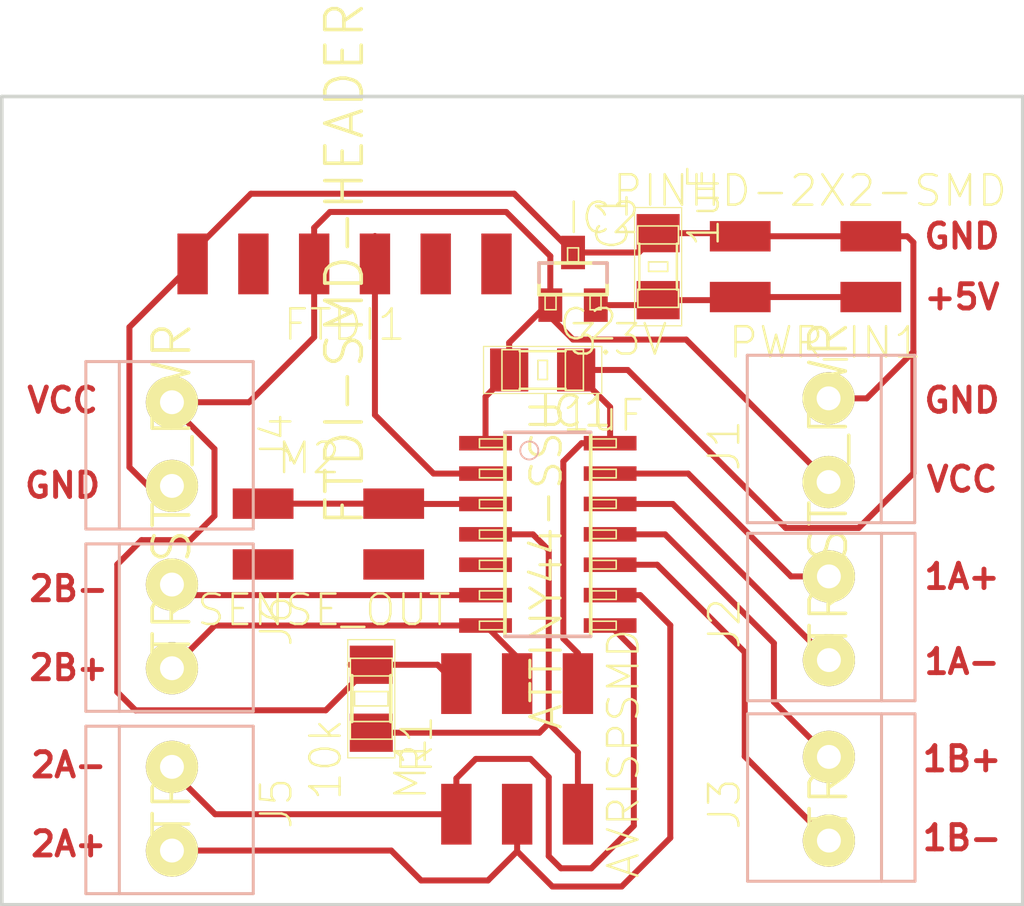
<source format=kicad_pcb>
(kicad_pcb (version 4) (host pcbnew 4.0.6)

  (general
    (links 35)
    (no_connects 0)
    (area 156.388999 77.119414 196.161001 115.391001)
    (thickness 1.6)
    (drawings 18)
    (tracks 128)
    (zones 0)
    (modules 15)
    (nets 21)
  )

  (page A4)
  (layers
    (0 F.Cu signal)
    (31 B.Cu signal)
    (32 B.Adhes user)
    (33 F.Adhes user)
    (34 B.Paste user)
    (35 F.Paste user)
    (36 B.SilkS user)
    (37 F.SilkS user)
    (38 B.Mask user)
    (39 F.Mask user)
    (40 Dwgs.User user)
    (41 Cmts.User user)
    (42 Eco1.User user)
    (43 Eco2.User user)
    (44 Edge.Cuts user)
    (45 Margin user)
    (46 B.CrtYd user)
    (47 F.CrtYd user)
    (48 B.Fab user)
    (49 F.Fab user)
  )

  (setup
    (last_trace_width 0.25)
    (trace_clearance 0.2)
    (zone_clearance 0.508)
    (zone_45_only no)
    (trace_min 0.2)
    (segment_width 0.2)
    (edge_width 0.15)
    (via_size 0.6)
    (via_drill 0.4)
    (via_min_size 0.4)
    (via_min_drill 0.3)
    (uvia_size 0.3)
    (uvia_drill 0.1)
    (uvias_allowed no)
    (uvia_min_size 0.2)
    (uvia_min_drill 0.1)
    (pcb_text_width 0.3)
    (pcb_text_size 1.5 1.5)
    (mod_edge_width 0.15)
    (mod_text_size 1 1)
    (mod_text_width 0.15)
    (pad_size 1.524 1.524)
    (pad_drill 0.762)
    (pad_to_mask_clearance 0.2)
    (aux_axis_origin 0 0)
    (visible_elements FFFFFF7F)
    (pcbplotparams
      (layerselection 0x00030_80000001)
      (usegerberextensions false)
      (excludeedgelayer true)
      (linewidth 0.100000)
      (plotframeref false)
      (viasonmask false)
      (mode 1)
      (useauxorigin false)
      (hpglpennumber 1)
      (hpglpenspeed 20)
      (hpglpendiameter 15)
      (hpglpenoverlay 2)
      (psnegative false)
      (psa4output false)
      (plotreference true)
      (plotvalue true)
      (plotinvisibletext false)
      (padsonsilk false)
      (subtractmaskfromsilk false)
      (outputformat 1)
      (mirror false)
      (drillshape 1)
      (scaleselection 1)
      (outputdirectory ""))
  )

  (net 0 "")
  (net 1 VCC)
  (net 2 GND)
  (net 3 "Net-(FTDI1-Pad2)")
  (net 4 /TX)
  (net 5 "Net-(FTDI1-Pad6)")
  (net 6 /RST)
  (net 7 "Net-(IC1-Pad5)")
  (net 8 /STR2B_NEG)
  (net 9 /MOSI)
  (net 10 /MISO)
  (net 11 /SCK)
  (net 12 /STR1B_NEG)
  (net 13 /STR1B_POS)
  (net 14 /STR1A_NEG)
  (net 15 /STR1A_POS)
  (net 16 "Net-(FTDI1-Pad5)")
  (net 17 +5V)
  (net 18 /SENSE_VAL)
  (net 19 "Net-(M2-Pad3)")
  (net 20 "Net-(M2-Pad4)")

  (net_class Default "This is the default net class."
    (clearance 0.2)
    (trace_width 0.25)
    (via_dia 0.6)
    (via_drill 0.4)
    (uvia_dia 0.3)
    (uvia_drill 0.1)
    (add_net +5V)
    (add_net /MISO)
    (add_net /MOSI)
    (add_net /RST)
    (add_net /SCK)
    (add_net /SENSE_VAL)
    (add_net /STR1A_NEG)
    (add_net /STR1A_POS)
    (add_net /STR1B_NEG)
    (add_net /STR1B_POS)
    (add_net /STR2B_NEG)
    (add_net /TX)
    (add_net GND)
    (add_net "Net-(FTDI1-Pad2)")
    (add_net "Net-(FTDI1-Pad5)")
    (add_net "Net-(FTDI1-Pad6)")
    (add_net "Net-(IC1-Pad5)")
    (add_net "Net-(M2-Pad3)")
    (add_net "Net-(M2-Pad4)")
    (add_net VCC)
  )

  (module fab:fab-C1206 (layer F.Cu) (tedit 200000) (tstamp 5A2B5B57)
    (at 181.356 88.392 90)
    (descr CAPACITOR)
    (tags CAPACITOR)
    (path /5A230565)
    (attr smd)
    (fp_text reference C1 (at 1.905 -1.905 90) (layer F.SilkS)
      (effects (font (size 1.27 1.27) (thickness 0.1016)))
    )
    (fp_text value 1uF (at 2.54 1.905 90) (layer F.SilkS)
      (effects (font (size 1.27 1.27) (thickness 0.1016)))
    )
    (fp_line (start -1.7018 0.8509) (end -0.94996 0.8509) (layer F.SilkS) (width 0.06604))
    (fp_line (start -0.94996 0.8509) (end -0.94996 -0.84836) (layer F.SilkS) (width 0.06604))
    (fp_line (start -1.7018 -0.84836) (end -0.94996 -0.84836) (layer F.SilkS) (width 0.06604))
    (fp_line (start -1.7018 0.8509) (end -1.7018 -0.84836) (layer F.SilkS) (width 0.06604))
    (fp_line (start 0.94996 0.84836) (end 1.7018 0.84836) (layer F.SilkS) (width 0.06604))
    (fp_line (start 1.7018 0.84836) (end 1.7018 -0.8509) (layer F.SilkS) (width 0.06604))
    (fp_line (start 0.94996 -0.8509) (end 1.7018 -0.8509) (layer F.SilkS) (width 0.06604))
    (fp_line (start 0.94996 0.84836) (end 0.94996 -0.8509) (layer F.SilkS) (width 0.06604))
    (fp_line (start -0.19812 0.39878) (end 0.19812 0.39878) (layer F.SilkS) (width 0.06604))
    (fp_line (start 0.19812 0.39878) (end 0.19812 -0.39878) (layer F.SilkS) (width 0.06604))
    (fp_line (start -0.19812 -0.39878) (end 0.19812 -0.39878) (layer F.SilkS) (width 0.06604))
    (fp_line (start -0.19812 0.39878) (end -0.19812 -0.39878) (layer F.SilkS) (width 0.06604))
    (fp_line (start -2.47142 -0.98298) (end 2.47142 -0.98298) (layer F.SilkS) (width 0.0508))
    (fp_line (start 2.47142 0.98298) (end -2.47142 0.98298) (layer F.SilkS) (width 0.0508))
    (fp_line (start -2.47142 0.98298) (end -2.47142 -0.98298) (layer F.SilkS) (width 0.0508))
    (fp_line (start 2.47142 -0.98298) (end 2.47142 0.98298) (layer F.SilkS) (width 0.0508))
    (fp_line (start -0.96266 -0.78486) (end 0.96266 -0.78486) (layer F.SilkS) (width 0.1016))
    (fp_line (start -0.96266 0.78486) (end 0.96266 0.78486) (layer F.SilkS) (width 0.1016))
    (pad 1 smd rect (at -1.39954 0 90) (size 1.59766 1.79832) (layers F.Cu F.Paste F.Mask)
      (net 17 +5V))
    (pad 2 smd rect (at 1.39954 0 90) (size 1.59766 1.79832) (layers F.Cu F.Paste F.Mask)
      (net 2 GND))
  )

  (module fab:fab-1X06SMD (layer F.Cu) (tedit 200000) (tstamp 5A2B5B61)
    (at 168.2496 88.2777 90)
    (path /5A22F867)
    (attr smd)
    (fp_text reference FTDI1 (at -2.54 0 180) (layer F.SilkS)
      (effects (font (size 1.27 1.27) (thickness 0.1016)))
    )
    (fp_text value FTDI-SMD-HEADER (at 0 0 90) (layer F.SilkS)
      (effects (font (thickness 0.15)))
    )
    (pad 1 smd rect (at 0 -6.35 90) (size 2.54 1.27) (layers F.Cu F.Paste F.Mask)
      (net 2 GND))
    (pad 2 smd rect (at 0 -3.81 90) (size 2.54 1.27) (layers F.Cu F.Paste F.Mask)
      (net 3 "Net-(FTDI1-Pad2)"))
    (pad 3 smd rect (at 0 -1.27 90) (size 2.54 1.27) (layers F.Cu F.Paste F.Mask)
      (net 1 VCC))
    (pad 4 smd rect (at 0 1.27 90) (size 2.54 1.27) (layers F.Cu F.Paste F.Mask)
      (net 4 /TX))
    (pad 5 smd rect (at 0 3.81 90) (size 2.54 1.27) (layers F.Cu F.Paste F.Mask)
      (net 16 "Net-(FTDI1-Pad5)"))
    (pad 6 smd rect (at 0 6.35 90) (size 2.54 1.27) (layers F.Cu F.Paste F.Mask)
      (net 5 "Net-(FTDI1-Pad6)"))
  )

  (module fab:fab-SOIC14 (layer F.Cu) (tedit 200000) (tstamp 5A2B5B73)
    (at 176.7459 99.5807 270)
    (descr "SMALL OUTLINE PACKAGE")
    (tags "SMALL OUTLINE PACKAGE")
    (path /5A2B72EF)
    (attr smd)
    (fp_text reference IC1 (at -5.1435 -1.143 360) (layer F.SilkS)
      (effects (font (size 1.27 1.27) (thickness 0.127)))
    )
    (fp_text value ATTINY44-SSU (at 1.27 0.0635 270) (layer F.SilkS)
      (effects (font (size 1.27 1.27) (thickness 0.127)))
    )
    (fp_line (start -3.9878 -1.8415) (end -3.62966 -1.8415) (layer F.SilkS) (width 0.06604))
    (fp_line (start -3.62966 -1.8415) (end -3.62966 -2.8575) (layer F.SilkS) (width 0.06604))
    (fp_line (start -3.9878 -2.8575) (end -3.62966 -2.8575) (layer F.SilkS) (width 0.06604))
    (fp_line (start -3.9878 -1.8415) (end -3.9878 -2.8575) (layer F.SilkS) (width 0.06604))
    (fp_line (start -2.7178 -1.8415) (end -2.3622 -1.8415) (layer F.SilkS) (width 0.06604))
    (fp_line (start -2.3622 -1.8415) (end -2.3622 -2.8575) (layer F.SilkS) (width 0.06604))
    (fp_line (start -2.7178 -2.8575) (end -2.3622 -2.8575) (layer F.SilkS) (width 0.06604))
    (fp_line (start -2.7178 -1.8415) (end -2.7178 -2.8575) (layer F.SilkS) (width 0.06604))
    (fp_line (start -1.4478 -1.8415) (end -1.08966 -1.8415) (layer F.SilkS) (width 0.06604))
    (fp_line (start -1.08966 -1.8415) (end -1.08966 -2.8575) (layer F.SilkS) (width 0.06604))
    (fp_line (start -1.4478 -2.8575) (end -1.08966 -2.8575) (layer F.SilkS) (width 0.06604))
    (fp_line (start -1.4478 -1.8415) (end -1.4478 -2.8575) (layer F.SilkS) (width 0.06604))
    (fp_line (start -0.1778 -1.8415) (end 0.1778 -1.8415) (layer F.SilkS) (width 0.06604))
    (fp_line (start 0.1778 -1.8415) (end 0.1778 -2.8575) (layer F.SilkS) (width 0.06604))
    (fp_line (start -0.1778 -2.8575) (end 0.1778 -2.8575) (layer F.SilkS) (width 0.06604))
    (fp_line (start -0.1778 -1.8415) (end -0.1778 -2.8575) (layer F.SilkS) (width 0.06604))
    (fp_line (start 1.08966 -1.8415) (end 1.4478 -1.8415) (layer F.SilkS) (width 0.06604))
    (fp_line (start 1.4478 -1.8415) (end 1.4478 -2.8575) (layer F.SilkS) (width 0.06604))
    (fp_line (start 1.08966 -2.8575) (end 1.4478 -2.8575) (layer F.SilkS) (width 0.06604))
    (fp_line (start 1.08966 -1.8415) (end 1.08966 -2.8575) (layer F.SilkS) (width 0.06604))
    (fp_line (start 2.3622 -1.8415) (end 2.7178 -1.8415) (layer F.SilkS) (width 0.06604))
    (fp_line (start 2.7178 -1.8415) (end 2.7178 -2.8575) (layer F.SilkS) (width 0.06604))
    (fp_line (start 2.3622 -2.8575) (end 2.7178 -2.8575) (layer F.SilkS) (width 0.06604))
    (fp_line (start 2.3622 -1.8415) (end 2.3622 -2.8575) (layer F.SilkS) (width 0.06604))
    (fp_line (start 3.62966 -1.8415) (end 3.9878 -1.8415) (layer F.SilkS) (width 0.06604))
    (fp_line (start 3.9878 -1.8415) (end 3.9878 -2.8575) (layer F.SilkS) (width 0.06604))
    (fp_line (start 3.62966 -2.8575) (end 3.9878 -2.8575) (layer F.SilkS) (width 0.06604))
    (fp_line (start 3.62966 -1.8415) (end 3.62966 -2.8575) (layer F.SilkS) (width 0.06604))
    (fp_line (start 3.62966 2.8575) (end 3.9878 2.8575) (layer F.SilkS) (width 0.06604))
    (fp_line (start 3.9878 2.8575) (end 3.9878 1.8415) (layer F.SilkS) (width 0.06604))
    (fp_line (start 3.62966 1.8415) (end 3.9878 1.8415) (layer F.SilkS) (width 0.06604))
    (fp_line (start 3.62966 2.8575) (end 3.62966 1.8415) (layer F.SilkS) (width 0.06604))
    (fp_line (start 2.3622 2.8575) (end 2.7178 2.8575) (layer F.SilkS) (width 0.06604))
    (fp_line (start 2.7178 2.8575) (end 2.7178 1.8415) (layer F.SilkS) (width 0.06604))
    (fp_line (start 2.3622 1.8415) (end 2.7178 1.8415) (layer F.SilkS) (width 0.06604))
    (fp_line (start 2.3622 2.8575) (end 2.3622 1.8415) (layer F.SilkS) (width 0.06604))
    (fp_line (start 1.08966 2.8575) (end 1.4478 2.8575) (layer F.SilkS) (width 0.06604))
    (fp_line (start 1.4478 2.8575) (end 1.4478 1.8415) (layer F.SilkS) (width 0.06604))
    (fp_line (start 1.08966 1.8415) (end 1.4478 1.8415) (layer F.SilkS) (width 0.06604))
    (fp_line (start 1.08966 2.8575) (end 1.08966 1.8415) (layer F.SilkS) (width 0.06604))
    (fp_line (start -0.1778 2.8575) (end 0.1778 2.8575) (layer F.SilkS) (width 0.06604))
    (fp_line (start 0.1778 2.8575) (end 0.1778 1.8415) (layer F.SilkS) (width 0.06604))
    (fp_line (start -0.1778 1.8415) (end 0.1778 1.8415) (layer F.SilkS) (width 0.06604))
    (fp_line (start -0.1778 2.8575) (end -0.1778 1.8415) (layer F.SilkS) (width 0.06604))
    (fp_line (start -1.4478 2.8575) (end -1.08966 2.8575) (layer F.SilkS) (width 0.06604))
    (fp_line (start -1.08966 2.8575) (end -1.08966 1.8415) (layer F.SilkS) (width 0.06604))
    (fp_line (start -1.4478 1.8415) (end -1.08966 1.8415) (layer F.SilkS) (width 0.06604))
    (fp_line (start -1.4478 2.8575) (end -1.4478 1.8415) (layer F.SilkS) (width 0.06604))
    (fp_line (start -2.7178 2.8575) (end -2.3622 2.8575) (layer F.SilkS) (width 0.06604))
    (fp_line (start -2.3622 2.8575) (end -2.3622 1.8415) (layer F.SilkS) (width 0.06604))
    (fp_line (start -2.7178 1.8415) (end -2.3622 1.8415) (layer F.SilkS) (width 0.06604))
    (fp_line (start -2.7178 2.8575) (end -2.7178 1.8415) (layer F.SilkS) (width 0.06604))
    (fp_line (start -3.9878 2.8575) (end -3.62966 2.8575) (layer F.SilkS) (width 0.06604))
    (fp_line (start -3.62966 2.8575) (end -3.62966 1.8415) (layer F.SilkS) (width 0.06604))
    (fp_line (start -3.9878 1.8415) (end -3.62966 1.8415) (layer F.SilkS) (width 0.06604))
    (fp_line (start -3.9878 2.8575) (end -3.9878 1.8415) (layer F.SilkS) (width 0.06604))
    (fp_line (start -4.26466 1.7907) (end 4.26466 1.7907) (layer F.SilkS) (width 0.1524))
    (fp_line (start 4.26466 1.7907) (end 4.26466 -1.7907) (layer B.SilkS) (width 0.1524))
    (fp_line (start 4.26466 -1.7907) (end -4.26466 -1.7907) (layer F.SilkS) (width 0.1524))
    (fp_line (start -4.26466 -1.7907) (end -4.26466 1.7907) (layer B.SilkS) (width 0.1524))
    (fp_circle (center -3.5052 0.7747) (end -3.7719 1.0414) (layer B.SilkS) (width 0.0762))
    (pad 1 smd rect (at -3.81 2.6035 270) (size 0.6096 2.20726) (layers F.Cu F.Paste F.Mask)
      (net 1 VCC))
    (pad 2 smd rect (at -2.54 2.6035 270) (size 0.6096 2.20726) (layers F.Cu F.Paste F.Mask)
      (net 4 /TX))
    (pad 3 smd rect (at -1.27 2.6035 270) (size 0.6096 2.20726) (layers F.Cu F.Paste F.Mask)
      (net 18 /SENSE_VAL))
    (pad 4 smd rect (at 0 2.6035 270) (size 0.6096 2.20726) (layers F.Cu F.Paste F.Mask)
      (net 6 /RST))
    (pad 5 smd rect (at 1.27 2.6035 270) (size 0.6096 2.20726) (layers F.Cu F.Paste F.Mask)
      (net 7 "Net-(IC1-Pad5)"))
    (pad 6 smd rect (at 2.54 2.6035 270) (size 0.6096 2.20726) (layers F.Cu F.Paste F.Mask)
      (net 8 /STR2B_NEG))
    (pad 7 smd rect (at 3.81 2.6035 270) (size 0.6096 2.20726) (layers F.Cu F.Paste F.Mask)
      (net 9 /MOSI))
    (pad 8 smd rect (at 3.81 -2.6035 270) (size 0.6096 2.20726) (layers F.Cu F.Paste F.Mask)
      (net 10 /MISO))
    (pad 9 smd rect (at 2.54 -2.6035 270) (size 0.6096 2.20726) (layers F.Cu F.Paste F.Mask)
      (net 11 /SCK))
    (pad 10 smd rect (at 1.27 -2.6035 270) (size 0.6096 2.20726) (layers F.Cu F.Paste F.Mask)
      (net 12 /STR1B_NEG))
    (pad 11 smd rect (at 0 -2.6035 270) (size 0.6096 2.20726) (layers F.Cu F.Paste F.Mask)
      (net 13 /STR1B_POS))
    (pad 12 smd rect (at -1.27 -2.6035 270) (size 0.6096 2.20726) (layers F.Cu F.Paste F.Mask)
      (net 14 /STR1A_NEG))
    (pad 13 smd rect (at -2.54 -2.6035 270) (size 0.6096 2.20726) (layers F.Cu F.Paste F.Mask)
      (net 15 /STR1A_POS))
    (pad 14 smd rect (at -3.81 -2.6035 270) (size 0.6096 2.20726) (layers F.Cu F.Paste F.Mask)
      (net 2 GND))
  )

  (module fab:fab-3.5MMTERM (layer F.Cu) (tedit 200000) (tstamp 5A2B5B79)
    (at 188.4807 95.6945 90)
    (path /5A230074)
    (attr virtual)
    (fp_text reference J1 (at -0.17272 -4.36372 270) (layer F.SilkS)
      (effects (font (size 1.27 1.27) (thickness 0.1016)))
    )
    (fp_text value STR_PWR (at 0 0 90) (layer F.SilkS)
      (effects (font (thickness 0.15)))
    )
    (fp_line (start -3.39852 -3.39852) (end -3.39852 2.19964) (layer B.SilkS) (width 0.127))
    (fp_line (start -3.39852 2.19964) (end -3.39852 3.59918) (layer B.SilkS) (width 0.127))
    (fp_line (start -3.39852 3.59918) (end 3.59918 3.59918) (layer B.SilkS) (width 0.127))
    (fp_line (start 3.59918 3.59918) (end 3.59918 2.19964) (layer B.SilkS) (width 0.127))
    (fp_line (start 3.59918 2.19964) (end 3.59918 -3.39852) (layer B.SilkS) (width 0.127))
    (fp_line (start 3.59918 -3.39852) (end -3.39852 -3.39852) (layer B.SilkS) (width 0.127))
    (fp_line (start -3.39852 2.19964) (end 3.59918 2.19964) (layer B.SilkS) (width 0.127))
    (pad 1 thru_hole circle (at 1.79832 0 90) (size 2.18186 2.18186) (drill 0.99822) (layers *.Cu F.Paste F.SilkS F.Mask)
      (net 2 GND))
    (pad 2 thru_hole circle (at -1.69926 0 90) (size 2.18186 2.18186) (drill 0.99822) (layers *.Cu F.Paste F.SilkS F.Mask)
      (net 1 VCC))
  )

  (module fab:fab-3.5MMTERM (layer F.Cu) (tedit 200000) (tstamp 5A2B5B7F)
    (at 188.4934 103.1367 90)
    (path /5A230040)
    (attr virtual)
    (fp_text reference J2 (at -0.17272 -4.36372 270) (layer F.SilkS)
      (effects (font (size 1.27 1.27) (thickness 0.1016)))
    )
    (fp_text value STRA (at 0 0 90) (layer F.SilkS)
      (effects (font (thickness 0.15)))
    )
    (fp_line (start -3.39852 -3.39852) (end -3.39852 2.19964) (layer B.SilkS) (width 0.127))
    (fp_line (start -3.39852 2.19964) (end -3.39852 3.59918) (layer B.SilkS) (width 0.127))
    (fp_line (start -3.39852 3.59918) (end 3.59918 3.59918) (layer B.SilkS) (width 0.127))
    (fp_line (start 3.59918 3.59918) (end 3.59918 2.19964) (layer B.SilkS) (width 0.127))
    (fp_line (start 3.59918 2.19964) (end 3.59918 -3.39852) (layer B.SilkS) (width 0.127))
    (fp_line (start 3.59918 -3.39852) (end -3.39852 -3.39852) (layer B.SilkS) (width 0.127))
    (fp_line (start -3.39852 2.19964) (end 3.59918 2.19964) (layer B.SilkS) (width 0.127))
    (pad 1 thru_hole circle (at 1.79832 0 90) (size 2.18186 2.18186) (drill 0.99822) (layers *.Cu F.Paste F.SilkS F.Mask)
      (net 15 /STR1A_POS))
    (pad 2 thru_hole circle (at -1.69926 0 90) (size 2.18186 2.18186) (drill 0.99822) (layers *.Cu F.Paste F.SilkS F.Mask)
      (net 14 /STR1A_NEG))
  )

  (module fab:fab-3.5MMTERM (layer F.Cu) (tedit 200000) (tstamp 5A2B5B85)
    (at 188.4934 110.6805 90)
    (path /5A22F82C)
    (attr virtual)
    (fp_text reference J3 (at -0.17272 -4.36372 270) (layer F.SilkS)
      (effects (font (size 1.27 1.27) (thickness 0.1016)))
    )
    (fp_text value STRB (at 0 0 90) (layer F.SilkS)
      (effects (font (thickness 0.15)))
    )
    (fp_line (start -3.39852 -3.39852) (end -3.39852 2.19964) (layer B.SilkS) (width 0.127))
    (fp_line (start -3.39852 2.19964) (end -3.39852 3.59918) (layer B.SilkS) (width 0.127))
    (fp_line (start -3.39852 3.59918) (end 3.59918 3.59918) (layer B.SilkS) (width 0.127))
    (fp_line (start 3.59918 3.59918) (end 3.59918 2.19964) (layer B.SilkS) (width 0.127))
    (fp_line (start 3.59918 2.19964) (end 3.59918 -3.39852) (layer B.SilkS) (width 0.127))
    (fp_line (start 3.59918 -3.39852) (end -3.39852 -3.39852) (layer B.SilkS) (width 0.127))
    (fp_line (start -3.39852 2.19964) (end 3.59918 2.19964) (layer B.SilkS) (width 0.127))
    (pad 1 thru_hole circle (at 1.79832 0 90) (size 2.18186 2.18186) (drill 0.99822) (layers *.Cu F.Paste F.SilkS F.Mask)
      (net 13 /STR1B_POS))
    (pad 2 thru_hole circle (at -1.69926 0 90) (size 2.18186 2.18186) (drill 0.99822) (layers *.Cu F.Paste F.SilkS F.Mask)
      (net 12 /STR1B_NEG))
  )

  (module fab:fab-3.5MMTERM (layer F.Cu) (tedit 200000) (tstamp 5A2B5B8B)
    (at 161.036 95.758 270)
    (path /5A2B6B33)
    (attr virtual)
    (fp_text reference J4 (at -0.17272 -4.36372 450) (layer F.SilkS)
      (effects (font (size 1.27 1.27) (thickness 0.1016)))
    )
    (fp_text value STR_PWR (at 0 0 270) (layer F.SilkS)
      (effects (font (thickness 0.15)))
    )
    (fp_line (start -3.39852 -3.39852) (end -3.39852 2.19964) (layer B.SilkS) (width 0.127))
    (fp_line (start -3.39852 2.19964) (end -3.39852 3.59918) (layer B.SilkS) (width 0.127))
    (fp_line (start -3.39852 3.59918) (end 3.59918 3.59918) (layer B.SilkS) (width 0.127))
    (fp_line (start 3.59918 3.59918) (end 3.59918 2.19964) (layer B.SilkS) (width 0.127))
    (fp_line (start 3.59918 2.19964) (end 3.59918 -3.39852) (layer B.SilkS) (width 0.127))
    (fp_line (start 3.59918 -3.39852) (end -3.39852 -3.39852) (layer B.SilkS) (width 0.127))
    (fp_line (start -3.39852 2.19964) (end 3.59918 2.19964) (layer B.SilkS) (width 0.127))
    (pad 1 thru_hole circle (at 1.79832 0 270) (size 2.18186 2.18186) (drill 0.99822) (layers *.Cu F.Paste F.SilkS F.Mask)
      (net 2 GND))
    (pad 2 thru_hole circle (at -1.69926 0 270) (size 2.18186 2.18186) (drill 0.99822) (layers *.Cu F.Paste F.SilkS F.Mask)
      (net 1 VCC))
  )

  (module fab:fab-3.5MMTERM (layer F.Cu) (tedit 200000) (tstamp 5A2B5B91)
    (at 161.036 110.998 270)
    (path /5A2B6972)
    (attr virtual)
    (fp_text reference J5 (at -0.17272 -4.36372 450) (layer F.SilkS)
      (effects (font (size 1.27 1.27) (thickness 0.1016)))
    )
    (fp_text value STRA (at 0 0 270) (layer F.SilkS)
      (effects (font (thickness 0.15)))
    )
    (fp_line (start -3.39852 -3.39852) (end -3.39852 2.19964) (layer B.SilkS) (width 0.127))
    (fp_line (start -3.39852 2.19964) (end -3.39852 3.59918) (layer B.SilkS) (width 0.127))
    (fp_line (start -3.39852 3.59918) (end 3.59918 3.59918) (layer B.SilkS) (width 0.127))
    (fp_line (start 3.59918 3.59918) (end 3.59918 2.19964) (layer B.SilkS) (width 0.127))
    (fp_line (start 3.59918 2.19964) (end 3.59918 -3.39852) (layer B.SilkS) (width 0.127))
    (fp_line (start 3.59918 -3.39852) (end -3.39852 -3.39852) (layer B.SilkS) (width 0.127))
    (fp_line (start -3.39852 2.19964) (end 3.59918 2.19964) (layer B.SilkS) (width 0.127))
    (pad 1 thru_hole circle (at 1.79832 0 270) (size 2.18186 2.18186) (drill 0.99822) (layers *.Cu F.Paste F.SilkS F.Mask)
      (net 11 /SCK))
    (pad 2 thru_hole circle (at -1.69926 0 270) (size 2.18186 2.18186) (drill 0.99822) (layers *.Cu F.Paste F.SilkS F.Mask)
      (net 10 /MISO))
  )

  (module fab:fab-3.5MMTERM (layer F.Cu) (tedit 200000) (tstamp 5A2B5B97)
    (at 161.036 103.378 270)
    (path /5A2B696C)
    (attr virtual)
    (fp_text reference J6 (at -0.17272 -4.36372 450) (layer F.SilkS)
      (effects (font (size 1.27 1.27) (thickness 0.1016)))
    )
    (fp_text value STRB (at 0 0 270) (layer F.SilkS)
      (effects (font (thickness 0.15)))
    )
    (fp_line (start -3.39852 -3.39852) (end -3.39852 2.19964) (layer B.SilkS) (width 0.127))
    (fp_line (start -3.39852 2.19964) (end -3.39852 3.59918) (layer B.SilkS) (width 0.127))
    (fp_line (start -3.39852 3.59918) (end 3.59918 3.59918) (layer B.SilkS) (width 0.127))
    (fp_line (start 3.59918 3.59918) (end 3.59918 2.19964) (layer B.SilkS) (width 0.127))
    (fp_line (start 3.59918 2.19964) (end 3.59918 -3.39852) (layer B.SilkS) (width 0.127))
    (fp_line (start 3.59918 -3.39852) (end -3.39852 -3.39852) (layer B.SilkS) (width 0.127))
    (fp_line (start -3.39852 2.19964) (end 3.59918 2.19964) (layer B.SilkS) (width 0.127))
    (pad 1 thru_hole circle (at 1.79832 0 270) (size 2.18186 2.18186) (drill 0.99822) (layers *.Cu F.Paste F.SilkS F.Mask)
      (net 9 /MOSI))
    (pad 2 thru_hole circle (at -1.69926 0 270) (size 2.18186 2.18186) (drill 0.99822) (layers *.Cu F.Paste F.SilkS F.Mask)
      (net 8 /STR2B_NEG))
  )

  (module fab:fab-2X03SMD (layer F.Cu) (tedit 200000) (tstamp 5A2B5BA1)
    (at 175.4632 108.7374 90)
    (path /5A2B740B)
    (attr smd)
    (fp_text reference M1 (at -0.635 -4.445 90) (layer F.SilkS)
      (effects (font (size 1.27 1.27) (thickness 0.1016)))
    )
    (fp_text value AVRISPSMD (at 0 4.445 90) (layer F.SilkS)
      (effects (font (size 1.27 1.27) (thickness 0.1016)))
    )
    (pad 1 smd rect (at -2.54 -2.54 90) (size 2.54 1.27) (layers F.Cu F.Paste F.Mask)
      (net 10 /MISO))
    (pad 2 smd rect (at 2.91846 -2.54 90) (size 2.54 1.27) (layers F.Cu F.Paste F.Mask)
      (net 1 VCC))
    (pad 3 smd rect (at -2.54 0 90) (size 2.54 1.27) (layers F.Cu F.Paste F.Mask)
      (net 11 /SCK))
    (pad 4 smd rect (at 2.91846 0 90) (size 2.54 1.27) (layers F.Cu F.Paste F.Mask)
      (net 9 /MOSI))
    (pad 5 smd rect (at -2.54 2.54 90) (size 2.54 1.27) (layers F.Cu F.Paste F.Mask)
      (net 6 /RST))
    (pad 6 smd rect (at 2.91846 2.54 90) (size 2.54 1.27) (layers F.Cu F.Paste F.Mask)
      (net 2 GND))
  )

  (module fab:fab-2X02SMD (layer F.Cu) (tedit 200000) (tstamp 5A2B5BA9)
    (at 187.706 88.392 180)
    (path /5A2B5B88)
    (attr smd)
    (fp_text reference PWR_IN1 (at -0.635 -3.175 180) (layer F.SilkS)
      (effects (font (size 1.27 1.27) (thickness 0.1016)))
    )
    (fp_text value PINHD-2X2-SMD (at 0 3.175 180) (layer F.SilkS)
      (effects (font (size 1.27 1.27) (thickness 0.1016)))
    )
    (pad 1 smd rect (at -2.54 -1.27 180) (size 2.54 1.27) (layers F.Cu F.Paste F.Mask)
      (net 17 +5V))
    (pad 2 smd rect (at 2.91846 -1.27 180) (size 2.54 1.27) (layers F.Cu F.Paste F.Mask)
      (net 17 +5V))
    (pad 3 smd rect (at -2.54 1.27 180) (size 2.54 1.27) (layers F.Cu F.Paste F.Mask)
      (net 2 GND))
    (pad 4 smd rect (at 2.91846 1.27 180) (size 2.54 1.27) (layers F.Cu F.Paste F.Mask)
      (net 2 GND))
  )

  (module fab:fab-R1206 (layer F.Cu) (tedit 200000) (tstamp 5A2B5BAF)
    (at 169.3672 106.4514 270)
    (descr RESISTOR)
    (tags RESISTOR)
    (path /5A22F8BE)
    (attr smd)
    (fp_text reference R1 (at 1.905 -1.905 270) (layer F.SilkS)
      (effects (font (size 1.27 1.27) (thickness 0.1016)))
    )
    (fp_text value 10k (at 2.54 1.905 270) (layer F.SilkS)
      (effects (font (size 1.27 1.27) (thickness 0.1016)))
    )
    (fp_line (start -1.6891 0.8763) (end -0.9525 0.8763) (layer F.SilkS) (width 0.06604))
    (fp_line (start -0.9525 0.8763) (end -0.9525 -0.8763) (layer F.SilkS) (width 0.06604))
    (fp_line (start -1.6891 -0.8763) (end -0.9525 -0.8763) (layer F.SilkS) (width 0.06604))
    (fp_line (start -1.6891 0.8763) (end -1.6891 -0.8763) (layer F.SilkS) (width 0.06604))
    (fp_line (start 0.9525 0.8763) (end 1.6891 0.8763) (layer F.SilkS) (width 0.06604))
    (fp_line (start 1.6891 0.8763) (end 1.6891 -0.8763) (layer F.SilkS) (width 0.06604))
    (fp_line (start 0.9525 -0.8763) (end 1.6891 -0.8763) (layer F.SilkS) (width 0.06604))
    (fp_line (start 0.9525 0.8763) (end 0.9525 -0.8763) (layer F.SilkS) (width 0.06604))
    (fp_line (start -0.29972 0.6985) (end 0.29972 0.6985) (layer F.SilkS) (width 0.06604))
    (fp_line (start 0.29972 0.6985) (end 0.29972 -0.6985) (layer F.SilkS) (width 0.06604))
    (fp_line (start -0.29972 -0.6985) (end 0.29972 -0.6985) (layer F.SilkS) (width 0.06604))
    (fp_line (start -0.29972 0.6985) (end -0.29972 -0.6985) (layer F.SilkS) (width 0.06604))
    (fp_line (start 0.9525 0.8128) (end -0.9652 0.8128) (layer F.SilkS) (width 0.1524))
    (fp_line (start 0.9525 -0.8128) (end -0.9652 -0.8128) (layer F.SilkS) (width 0.1524))
    (fp_line (start -2.47142 -0.98298) (end 2.47142 -0.98298) (layer F.SilkS) (width 0.0508))
    (fp_line (start 2.47142 -0.98298) (end 2.47142 0.98298) (layer F.SilkS) (width 0.0508))
    (fp_line (start 2.47142 0.98298) (end -2.47142 0.98298) (layer F.SilkS) (width 0.0508))
    (fp_line (start -2.47142 0.98298) (end -2.47142 -0.98298) (layer F.SilkS) (width 0.0508))
    (pad 1 smd rect (at -1.41986 0 270) (size 1.59766 1.80086) (layers F.Cu F.Paste F.Mask)
      (net 1 VCC))
    (pad 2 smd rect (at 1.41986 0 270) (size 1.59766 1.80086) (layers F.Cu F.Paste F.Mask)
      (net 6 /RST))
  )

  (module fab:fab-C1206 (layer F.Cu) (tedit 200000) (tstamp 5A2C20B0)
    (at 176.53 92.71)
    (descr CAPACITOR)
    (tags CAPACITOR)
    (path /5A2C2048)
    (attr smd)
    (fp_text reference C2 (at 1.905 -1.905) (layer F.SilkS)
      (effects (font (size 1.27 1.27) (thickness 0.1016)))
    )
    (fp_text value 1uF (at 2.54 1.905) (layer F.SilkS)
      (effects (font (size 1.27 1.27) (thickness 0.1016)))
    )
    (fp_line (start -1.7018 0.8509) (end -0.94996 0.8509) (layer F.SilkS) (width 0.06604))
    (fp_line (start -0.94996 0.8509) (end -0.94996 -0.84836) (layer F.SilkS) (width 0.06604))
    (fp_line (start -1.7018 -0.84836) (end -0.94996 -0.84836) (layer F.SilkS) (width 0.06604))
    (fp_line (start -1.7018 0.8509) (end -1.7018 -0.84836) (layer F.SilkS) (width 0.06604))
    (fp_line (start 0.94996 0.84836) (end 1.7018 0.84836) (layer F.SilkS) (width 0.06604))
    (fp_line (start 1.7018 0.84836) (end 1.7018 -0.8509) (layer F.SilkS) (width 0.06604))
    (fp_line (start 0.94996 -0.8509) (end 1.7018 -0.8509) (layer F.SilkS) (width 0.06604))
    (fp_line (start 0.94996 0.84836) (end 0.94996 -0.8509) (layer F.SilkS) (width 0.06604))
    (fp_line (start -0.19812 0.39878) (end 0.19812 0.39878) (layer F.SilkS) (width 0.06604))
    (fp_line (start 0.19812 0.39878) (end 0.19812 -0.39878) (layer F.SilkS) (width 0.06604))
    (fp_line (start -0.19812 -0.39878) (end 0.19812 -0.39878) (layer F.SilkS) (width 0.06604))
    (fp_line (start -0.19812 0.39878) (end -0.19812 -0.39878) (layer F.SilkS) (width 0.06604))
    (fp_line (start -2.47142 -0.98298) (end 2.47142 -0.98298) (layer F.SilkS) (width 0.0508))
    (fp_line (start 2.47142 0.98298) (end -2.47142 0.98298) (layer F.SilkS) (width 0.0508))
    (fp_line (start -2.47142 0.98298) (end -2.47142 -0.98298) (layer F.SilkS) (width 0.0508))
    (fp_line (start 2.47142 -0.98298) (end 2.47142 0.98298) (layer F.SilkS) (width 0.0508))
    (fp_line (start -0.96266 -0.78486) (end 0.96266 -0.78486) (layer F.SilkS) (width 0.1016))
    (fp_line (start -0.96266 0.78486) (end 0.96266 0.78486) (layer F.SilkS) (width 0.1016))
    (pad 1 smd rect (at -1.39954 0) (size 1.59766 1.79832) (layers F.Cu F.Paste F.Mask)
      (net 1 VCC))
    (pad 2 smd rect (at 1.39954 0) (size 1.59766 1.79832) (layers F.Cu F.Paste F.Mask)
      (net 2 GND))
  )

  (module fab:fab-SOT23 (layer F.Cu) (tedit 200000) (tstamp 5A2C20B7)
    (at 177.8 88.9)
    (descr "SOT 23")
    (tags "SOT 23")
    (path /5A2C1F49)
    (attr smd)
    (fp_text reference IC2 (at 1.27 -2.54) (layer F.SilkS)
      (effects (font (size 1.27 1.27) (thickness 0.1016)))
    )
    (fp_text value 3.3V (at 1.905 2.54) (layer F.SilkS)
      (effects (font (size 1.27 1.27) (thickness 0.1016)))
    )
    (fp_line (start -0.2286 -0.7112) (end 0.2286 -0.7112) (layer F.SilkS) (width 0.06604))
    (fp_line (start 0.2286 -0.7112) (end 0.2286 -1.29286) (layer F.SilkS) (width 0.06604))
    (fp_line (start -0.2286 -1.29286) (end 0.2286 -1.29286) (layer F.SilkS) (width 0.06604))
    (fp_line (start -0.2286 -0.7112) (end -0.2286 -1.29286) (layer F.SilkS) (width 0.06604))
    (fp_line (start 0.7112 1.29286) (end 1.1684 1.29286) (layer F.SilkS) (width 0.06604))
    (fp_line (start 1.1684 1.29286) (end 1.1684 0.7112) (layer F.SilkS) (width 0.06604))
    (fp_line (start 0.7112 0.7112) (end 1.1684 0.7112) (layer F.SilkS) (width 0.06604))
    (fp_line (start 0.7112 1.29286) (end 0.7112 0.7112) (layer F.SilkS) (width 0.06604))
    (fp_line (start -1.1684 1.29286) (end -0.7112 1.29286) (layer F.SilkS) (width 0.06604))
    (fp_line (start -0.7112 1.29286) (end -0.7112 0.7112) (layer F.SilkS) (width 0.06604))
    (fp_line (start -1.1684 0.7112) (end -0.7112 0.7112) (layer F.SilkS) (width 0.06604))
    (fp_line (start -1.1684 1.29286) (end -1.1684 0.7112) (layer F.SilkS) (width 0.06604))
    (fp_line (start 1.4224 -0.6604) (end 1.4224 0.6604) (layer F.SilkS) (width 0.1524))
    (fp_line (start 1.4224 0.6604) (end -1.4224 0.6604) (layer F.SilkS) (width 0.1524))
    (fp_line (start -1.4224 0.6604) (end -1.4224 -0.6604) (layer F.SilkS) (width 0.1524))
    (fp_line (start -1.4224 -0.6604) (end 1.4224 -0.6604) (layer F.SilkS) (width 0.1524))
    (fp_line (start -1.4224 0.1524) (end -1.4224 -0.6604) (layer B.SilkS) (width 0.1524))
    (fp_line (start -1.4224 -0.6604) (end -0.8636 -0.6604) (layer B.SilkS) (width 0.1524))
    (fp_line (start 1.4224 -0.6604) (end 1.4224 0.1524) (layer B.SilkS) (width 0.1524))
    (fp_line (start 0.8636 -0.6604) (end 1.4224 -0.6604) (layer B.SilkS) (width 0.1524))
    (pad 1 smd rect (at -0.94996 1.09982) (size 0.99822 1.39954) (layers F.Cu F.Paste F.Mask)
      (net 1 VCC))
    (pad 2 smd rect (at 0.94996 1.09982) (size 0.99822 1.39954) (layers F.Cu F.Paste F.Mask)
      (net 17 +5V))
    (pad 3 smd rect (at 0 -1.09982) (size 0.99822 1.39954) (layers F.Cu F.Paste F.Mask)
      (net 2 GND))
  )

  (module fab:fab-2X02SMD (layer F.Cu) (tedit 200000) (tstamp 5A2C20BF)
    (at 167.386 99.568)
    (path /5A2C277B)
    (attr smd)
    (fp_text reference M2 (at -0.635 -3.175) (layer F.SilkS)
      (effects (font (size 1.27 1.27) (thickness 0.1016)))
    )
    (fp_text value SENSE_OUT (at 0 3.175) (layer F.SilkS)
      (effects (font (size 1.27 1.27) (thickness 0.1016)))
    )
    (pad 1 smd rect (at -2.54 -1.27) (size 2.54 1.27) (layers F.Cu F.Paste F.Mask)
      (net 18 /SENSE_VAL))
    (pad 2 smd rect (at 2.91846 -1.27) (size 2.54 1.27) (layers F.Cu F.Paste F.Mask)
      (net 18 /SENSE_VAL))
    (pad 3 smd rect (at -2.54 1.27) (size 2.54 1.27) (layers F.Cu F.Paste F.Mask)
      (net 19 "Net-(M2-Pad3)"))
    (pad 4 smd rect (at 2.91846 1.27) (size 2.54 1.27) (layers F.Cu F.Paste F.Mask)
      (net 20 "Net-(M2-Pad4)"))
  )

  (gr_line (start 196.596 81.28) (end 196.596 115.062) (angle 90) (layer Edge.Cuts) (width 0.15))
  (gr_line (start 153.924 81.28) (end 196.596 81.28) (angle 90) (layer Edge.Cuts) (width 0.15))
  (gr_line (start 153.924 115.062) (end 153.924 81.28) (angle 90) (layer Edge.Cuts) (width 0.15))
  (gr_line (start 196.596 115.062) (end 153.924 115.062) (angle 90) (layer Edge.Cuts) (width 0.15))
  (gr_text 2A+ (at 156.718 112.522) (layer F.Cu)
    (effects (font (size 1.016 1.016) (thickness 0.2032)))
  )
  (gr_text 2A- (at 156.718 109.22) (layer F.Cu)
    (effects (font (size 1.016 1.016) (thickness 0.2032)))
  )
  (gr_text 2B+ (at 156.718 105.156) (layer F.Cu)
    (effects (font (size 1.016 1.016) (thickness 0.2032)))
  )
  (gr_text 2B- (at 156.718 101.854) (layer F.Cu)
    (effects (font (size 1.016 1.016) (thickness 0.2032)))
  )
  (gr_text GND (at 156.464 97.536) (layer F.Cu)
    (effects (font (size 1.016 1.016) (thickness 0.2032)))
  )
  (gr_text VCC (at 156.464 93.98) (layer F.Cu)
    (effects (font (size 1.016 1.016) (thickness 0.2032)))
  )
  (gr_text 1B- (at 194.056 112.268) (layer F.Cu)
    (effects (font (size 1.016 1.016) (thickness 0.2032)))
  )
  (gr_text 1B+ (at 194.056 108.966) (layer F.Cu)
    (effects (font (size 1.016 1.016) (thickness 0.2032)))
  )
  (gr_text 1A- (at 194.056 104.902) (layer F.Cu)
    (effects (font (size 1.016 1.016) (thickness 0.2032)))
  )
  (gr_text 1A+ (at 194.056 101.346) (layer F.Cu)
    (effects (font (size 1.016 1.016) (thickness 0.2032)))
  )
  (gr_text VCC (at 194.056 97.282) (layer F.Cu)
    (effects (font (size 1.016 1.016) (thickness 0.2032)))
  )
  (gr_text GND (at 194.056 93.98) (layer F.Cu)
    (effects (font (size 1.016 1.016) (thickness 0.2032)))
  )
  (gr_text GND (at 194.056 87.122) (layer F.Cu)
    (effects (font (size 1.016 1.016) (thickness 0.2032)))
  )
  (gr_text +5V (at 194.056 89.662) (layer F.Cu)
    (effects (font (size 1.016 1.016) (thickness 0.2032)))
  )

  (segment (start 161.036 94.05874) (end 161.036 94.234) (width 0.25) (layer F.Cu) (net 1) (status C00000))
  (segment (start 161.036 94.234) (end 162.814 96.012) (width 0.25) (layer F.Cu) (net 1) (tstamp 5A2C23D0) (status 400000))
  (segment (start 167.46474 106.934) (end 169.3672 105.03154) (width 0.25) (layer F.Cu) (net 1) (tstamp 5A2C23DE) (status 800000))
  (segment (start 159.512 106.934) (end 167.46474 106.934) (width 0.25) (layer F.Cu) (net 1) (tstamp 5A2C23DD))
  (segment (start 158.75 106.172) (end 159.512 106.934) (width 0.25) (layer F.Cu) (net 1) (tstamp 5A2C23DB))
  (segment (start 158.75 100.838) (end 158.75 106.172) (width 0.25) (layer F.Cu) (net 1) (tstamp 5A2C23D9))
  (segment (start 159.766 99.822) (end 158.75 100.838) (width 0.25) (layer F.Cu) (net 1) (tstamp 5A2C23D7))
  (segment (start 161.798 99.822) (end 159.766 99.822) (width 0.25) (layer F.Cu) (net 1) (tstamp 5A2C23D5))
  (segment (start 162.814 98.806) (end 161.798 99.822) (width 0.25) (layer F.Cu) (net 1) (tstamp 5A2C23D4))
  (segment (start 162.814 96.012) (end 162.814 98.806) (width 0.25) (layer F.Cu) (net 1) (tstamp 5A2C23D1))
  (segment (start 161.036 94.05874) (end 164.25926 94.05874) (width 0.25) (layer F.Cu) (net 1) (status 400000))
  (segment (start 166.9796 91.3384) (end 166.9796 88.2777) (width 0.25) (layer F.Cu) (net 1) (tstamp 5A2C23C3) (status 800000))
  (segment (start 164.25926 94.05874) (end 166.9796 91.3384) (width 0.25) (layer F.Cu) (net 1) (tstamp 5A2C23C0))
  (segment (start 166.9796 88.2777) (end 166.9796 86.7664) (width 0.25) (layer F.Cu) (net 1) (status 400000))
  (segment (start 176.85004 87.95004) (end 176.85004 89.99982) (width 0.25) (layer F.Cu) (net 1) (tstamp 5A2C23B3) (status 800000))
  (segment (start 175.006 86.106) (end 176.85004 87.95004) (width 0.25) (layer F.Cu) (net 1) (tstamp 5A2C23AF))
  (segment (start 167.64 86.106) (end 175.006 86.106) (width 0.25) (layer F.Cu) (net 1) (tstamp 5A2C23AD))
  (segment (start 166.9796 86.7664) (end 167.64 86.106) (width 0.25) (layer F.Cu) (net 1) (tstamp 5A2C23AC))
  (segment (start 176.85004 89.99982) (end 176.85004 90.49004) (width 0.25) (layer F.Cu) (net 1))
  (segment (start 176.85004 90.49004) (end 177.8 91.44) (width 0.25) (layer F.Cu) (net 1) (tstamp 5A2C229A))
  (segment (start 182.52694 91.44) (end 188.4807 97.39376) (width 0.25) (layer F.Cu) (net 1) (tstamp 5A2C22A1))
  (segment (start 177.8 91.44) (end 182.52694 91.44) (width 0.25) (layer F.Cu) (net 1) (tstamp 5A2C229B))
  (segment (start 176.85004 89.99982) (end 176.70018 89.99982) (width 0.25) (layer F.Cu) (net 1))
  (segment (start 176.70018 89.99982) (end 175.13046 91.56954) (width 0.25) (layer F.Cu) (net 1) (tstamp 5A2C220C))
  (segment (start 175.13046 91.56954) (end 175.13046 92.71) (width 0.25) (layer F.Cu) (net 1) (tstamp 5A2C220D))
  (segment (start 175.13046 92.71) (end 175.13046 92.83954) (width 0.25) (layer F.Cu) (net 1))
  (segment (start 175.13046 92.83954) (end 174.1424 93.8276) (width 0.25) (layer F.Cu) (net 1) (tstamp 5A2C2203))
  (segment (start 174.1424 93.8276) (end 174.1424 95.7707) (width 0.25) (layer F.Cu) (net 1) (tstamp 5A2C2204))
  (segment (start 169.3672 105.03154) (end 168.47566 105.03154) (width 0.25) (layer F.Cu) (net 1))
  (segment (start 169.3672 105.03154) (end 172.1358 105.03154) (width 0.25) (layer F.Cu) (net 1))
  (segment (start 172.1358 105.03154) (end 172.9232 105.81894) (width 0.25) (layer F.Cu) (net 1) (tstamp 5A2B6177))
  (segment (start 161.036 97.55632) (end 160.04032 97.55632) (width 0.25) (layer F.Cu) (net 2) (status C00000))
  (segment (start 160.04032 97.55632) (end 159.258 96.774) (width 0.25) (layer F.Cu) (net 2) (tstamp 5A2C23C7) (status 400000))
  (segment (start 159.258 96.774) (end 159.258 90.9193) (width 0.25) (layer F.Cu) (net 2) (tstamp 5A2C23C8))
  (segment (start 159.258 90.9193) (end 161.8996 88.2777) (width 0.25) (layer F.Cu) (net 2) (tstamp 5A2C23C9) (status 800000))
  (segment (start 161.8996 88.2777) (end 161.8996 87.7824) (width 0.25) (layer F.Cu) (net 2))
  (segment (start 161.8996 87.7824) (end 164.338 85.344) (width 0.25) (layer F.Cu) (net 2) (tstamp 5A2C22CA))
  (segment (start 175.34382 85.344) (end 177.8 87.80018) (width 0.25) (layer F.Cu) (net 2) (tstamp 5A2C22CF))
  (segment (start 164.338 85.344) (end 175.34382 85.344) (width 0.25) (layer F.Cu) (net 2) (tstamp 5A2C22CC))
  (segment (start 188.4807 93.89618) (end 190.07582 93.89618) (width 0.25) (layer F.Cu) (net 2))
  (segment (start 190.07582 93.89618) (end 192.024 91.948) (width 0.25) (layer F.Cu) (net 2) (tstamp 5A2C22BB))
  (segment (start 177.92954 92.71) (end 180.086 92.71) (width 0.25) (layer F.Cu) (net 2))
  (segment (start 180.086 92.71) (end 186.69 99.314) (width 0.25) (layer F.Cu) (net 2) (tstamp 5A2C22A5))
  (segment (start 186.69 99.314) (end 189.738 99.314) (width 0.25) (layer F.Cu) (net 2) (tstamp 5A2C22A9))
  (segment (start 189.738 99.314) (end 192.024 97.028) (width 0.25) (layer F.Cu) (net 2) (tstamp 5A2C22AB))
  (segment (start 192.024 97.028) (end 192.024 91.948) (width 0.25) (layer F.Cu) (net 2) (tstamp 5A2C22AD))
  (segment (start 191.77 87.122) (end 190.246 87.122) (width 0.25) (layer F.Cu) (net 2) (tstamp 5A2C22B2))
  (segment (start 192.024 91.948) (end 192.024 87.376) (width 0.25) (layer F.Cu) (net 2) (tstamp 5A2C22C0))
  (segment (start 192.024 87.376) (end 191.77 87.122) (width 0.25) (layer F.Cu) (net 2) (tstamp 5A2C22B0))
  (segment (start 184.78754 87.122) (end 190.246 87.122) (width 0.25) (layer F.Cu) (net 2))
  (segment (start 181.356 86.99246) (end 184.658 86.99246) (width 0.25) (layer F.Cu) (net 2))
  (segment (start 184.658 86.99246) (end 184.78754 87.122) (width 0.25) (layer F.Cu) (net 2) (tstamp 5A2C2274))
  (segment (start 177.8 87.80018) (end 180.54828 87.80018) (width 0.25) (layer F.Cu) (net 2))
  (segment (start 180.54828 87.80018) (end 181.356 86.99246) (width 0.25) (layer F.Cu) (net 2) (tstamp 5A2C2271))
  (segment (start 177.8 92.58046) (end 177.92954 92.71) (width 0.25) (layer F.Cu) (net 2) (tstamp 5A2C2210))
  (segment (start 177.92954 92.71) (end 177.92954 92.83954) (width 0.25) (layer F.Cu) (net 2))
  (segment (start 177.92954 92.83954) (end 179.3494 94.2594) (width 0.25) (layer F.Cu) (net 2) (tstamp 5A2C2207))
  (segment (start 179.3494 94.2594) (end 179.3494 95.7707) (width 0.25) (layer F.Cu) (net 2) (tstamp 5A2C2208))
  (segment (start 178.25974 92.6719) (end 178.25974 92.60586) (width 0.25) (layer F.Cu) (net 2))
  (segment (start 188.4807 93.89618) (end 188.4807 94.3737) (width 0.25) (layer F.Cu) (net 2))
  (segment (start 178.0032 105.81894) (end 178.0032 104.5464) (width 0.25) (layer F.Cu) (net 2))
  (segment (start 178.1556 95.7707) (end 179.3494 95.7707) (width 0.25) (layer F.Cu) (net 2) (tstamp 5A2B6091))
  (segment (start 177.3936 96.5327) (end 178.1556 95.7707) (width 0.25) (layer F.Cu) (net 2) (tstamp 5A2B6090))
  (segment (start 177.3936 103.9368) (end 177.3936 96.5327) (width 0.25) (layer F.Cu) (net 2) (tstamp 5A2B608F))
  (segment (start 178.0032 104.5464) (end 177.3936 103.9368) (width 0.25) (layer F.Cu) (net 2) (tstamp 5A2B608E))
  (segment (start 169.5196 88.2777) (end 169.5196 94.5896) (width 0.25) (layer F.Cu) (net 4) (status 400000))
  (segment (start 171.9707 97.0407) (end 174.1424 97.0407) (width 0.25) (layer F.Cu) (net 4) (tstamp 5A2C23A8) (status 800000))
  (segment (start 169.5196 94.5896) (end 171.9707 97.0407) (width 0.25) (layer F.Cu) (net 4) (tstamp 5A2C23A5))
  (segment (start 169.5196 88.2777) (end 169.5196 87.1093) (width 0.25) (layer F.Cu) (net 4))
  (segment (start 169.3672 107.87126) (end 176.39284 107.87126) (width 0.25) (layer F.Cu) (net 6))
  (segment (start 176.39284 107.87126) (end 176.784 107.4801) (width 0.25) (layer F.Cu) (net 6) (tstamp 5A2B6174))
  (segment (start 174.1424 99.5807) (end 176.1236 99.5807) (width 0.25) (layer F.Cu) (net 6))
  (segment (start 178.0032 108.6993) (end 178.0032 111.2774) (width 0.25) (layer F.Cu) (net 6) (tstamp 5A2B610E))
  (segment (start 176.784 107.4801) (end 178.0032 108.6993) (width 0.25) (layer F.Cu) (net 6) (tstamp 5A2B610A))
  (segment (start 176.784 100.2411) (end 176.784 107.4801) (width 0.25) (layer F.Cu) (net 6) (tstamp 5A2B6107))
  (segment (start 176.1236 99.5807) (end 176.784 100.2411) (width 0.25) (layer F.Cu) (net 6) (tstamp 5A2B6105))
  (segment (start 174.1424 102.1207) (end 161.47796 102.1207) (width 0.25) (layer F.Cu) (net 8) (status C00000))
  (segment (start 161.47796 102.1207) (end 161.036 101.67874) (width 0.25) (layer F.Cu) (net 8) (tstamp 5A2C237D) (status C00000))
  (segment (start 174.1424 103.3907) (end 162.82162 103.3907) (width 0.25) (layer F.Cu) (net 9) (status 400000))
  (segment (start 162.82162 103.3907) (end 161.036 105.17632) (width 0.25) (layer F.Cu) (net 9) (tstamp 5A2C2387) (status 800000))
  (segment (start 175.4632 105.81894) (end 175.4632 104.7115) (width 0.25) (layer F.Cu) (net 9))
  (segment (start 175.4632 104.7115) (end 174.1424 103.3907) (width 0.25) (layer F.Cu) (net 9) (tstamp 5A2B6084))
  (segment (start 172.9232 111.2774) (end 172.9232 109.7788) (width 0.25) (layer F.Cu) (net 10) (status 400000))
  (segment (start 180.34 104.3813) (end 179.3494 103.3907) (width 0.25) (layer F.Cu) (net 10) (tstamp 5A2C2414) (status 800000))
  (segment (start 180.34 111.76) (end 180.34 104.3813) (width 0.25) (layer F.Cu) (net 10) (tstamp 5A2C2410))
  (segment (start 178.562 113.538) (end 180.34 111.76) (width 0.25) (layer F.Cu) (net 10) (tstamp 5A2C240E))
  (segment (start 177.292 113.538) (end 178.562 113.538) (width 0.25) (layer F.Cu) (net 10) (tstamp 5A2C240D))
  (segment (start 176.784 113.03) (end 177.292 113.538) (width 0.25) (layer F.Cu) (net 10) (tstamp 5A2C240C))
  (segment (start 176.784 109.728) (end 176.784 113.03) (width 0.25) (layer F.Cu) (net 10) (tstamp 5A2C240B))
  (segment (start 176.022 108.966) (end 176.784 109.728) (width 0.25) (layer F.Cu) (net 10) (tstamp 5A2C240A))
  (segment (start 173.736 108.966) (end 176.022 108.966) (width 0.25) (layer F.Cu) (net 10) (tstamp 5A2C2409))
  (segment (start 172.9232 109.7788) (end 173.736 108.966) (width 0.25) (layer F.Cu) (net 10) (tstamp 5A2C2408))
  (segment (start 161.036 109.29874) (end 161.036 109.474) (width 0.25) (layer F.Cu) (net 10) (status C00000))
  (segment (start 161.036 109.474) (end 162.8394 111.2774) (width 0.25) (layer F.Cu) (net 10) (tstamp 5A2C23FE) (status 400000))
  (segment (start 162.8394 111.2774) (end 172.9232 111.2774) (width 0.25) (layer F.Cu) (net 10) (tstamp 5A2C2402) (status 800000))
  (segment (start 172.9232 111.2774) (end 172.9232 112.2934) (width 0.25) (layer F.Cu) (net 10))
  (segment (start 179.3494 102.1207) (end 180.6067 102.1207) (width 0.25) (layer F.Cu) (net 11) (status 400000))
  (segment (start 176.9364 114.3) (end 175.4632 112.8268) (width 0.25) (layer F.Cu) (net 11) (tstamp 5A2C242A))
  (segment (start 179.832 114.3) (end 176.9364 114.3) (width 0.25) (layer F.Cu) (net 11) (tstamp 5A2C2428))
  (segment (start 181.864 112.268) (end 179.832 114.3) (width 0.25) (layer F.Cu) (net 11) (tstamp 5A2C2426))
  (segment (start 181.864 103.378) (end 181.864 112.268) (width 0.25) (layer F.Cu) (net 11) (tstamp 5A2C2424))
  (segment (start 180.6067 102.1207) (end 181.864 103.378) (width 0.25) (layer F.Cu) (net 11) (tstamp 5A2C2422))
  (segment (start 161.036 112.79632) (end 170.20032 112.79632) (width 0.25) (layer F.Cu) (net 11) (status 400000))
  (segment (start 175.4632 112.8268) (end 175.4632 111.2774) (width 0.25) (layer F.Cu) (net 11) (tstamp 5A2C241E) (status 800000))
  (segment (start 174.244 114.046) (end 175.4632 112.8268) (width 0.25) (layer F.Cu) (net 11) (tstamp 5A2C241C))
  (segment (start 171.45 114.046) (end 174.244 114.046) (width 0.25) (layer F.Cu) (net 11) (tstamp 5A2C241A))
  (segment (start 170.20032 112.79632) (end 171.45 114.046) (width 0.25) (layer F.Cu) (net 11) (tstamp 5A2C2418))
  (segment (start 179.3494 100.8507) (end 181.3179 100.8507) (width 0.25) (layer F.Cu) (net 12))
  (segment (start 184.9755 108.86186) (end 188.4934 112.37976) (width 0.25) (layer F.Cu) (net 12) (tstamp 5A2B62EE))
  (segment (start 184.9755 104.5083) (end 184.9755 108.86186) (width 0.25) (layer F.Cu) (net 12) (tstamp 5A2B62EB))
  (segment (start 181.3179 100.8507) (end 184.9755 104.5083) (width 0.25) (layer F.Cu) (net 12) (tstamp 5A2B62E9))
  (segment (start 179.3494 99.5807) (end 181.6481 99.5807) (width 0.25) (layer F.Cu) (net 13))
  (segment (start 186.1947 106.58348) (end 188.4934 108.88218) (width 0.25) (layer F.Cu) (net 13) (tstamp 5A2B62E5))
  (segment (start 186.1947 104.1273) (end 186.1947 106.58348) (width 0.25) (layer F.Cu) (net 13) (tstamp 5A2B62E3))
  (segment (start 181.6481 99.5807) (end 186.1947 104.1273) (width 0.25) (layer F.Cu) (net 13) (tstamp 5A2B62E0))
  (segment (start 179.3494 98.3107) (end 181.96814 98.3107) (width 0.25) (layer F.Cu) (net 14))
  (segment (start 181.96814 98.3107) (end 188.4934 104.83596) (width 0.25) (layer F.Cu) (net 14) (tstamp 5A2B62DC))
  (segment (start 179.3494 97.0407) (end 182.6133 97.0407) (width 0.25) (layer F.Cu) (net 15))
  (segment (start 186.91098 101.33838) (end 188.4934 101.33838) (width 0.25) (layer F.Cu) (net 15) (tstamp 5A2B62D8))
  (segment (start 182.6133 97.0407) (end 186.91098 101.33838) (width 0.25) (layer F.Cu) (net 15) (tstamp 5A2B62D5))
  (segment (start 184.78754 89.662) (end 190.246 89.662) (width 0.25) (layer F.Cu) (net 17))
  (segment (start 181.356 89.79154) (end 184.658 89.79154) (width 0.25) (layer F.Cu) (net 17))
  (segment (start 184.658 89.79154) (end 184.78754 89.662) (width 0.25) (layer F.Cu) (net 17) (tstamp 5A2C227C))
  (segment (start 178.74996 89.99982) (end 181.14772 89.99982) (width 0.25) (layer F.Cu) (net 17))
  (segment (start 181.14772 89.99982) (end 181.356 89.79154) (width 0.25) (layer F.Cu) (net 17) (tstamp 5A2C2279))
  (segment (start 164.846 98.298) (end 170.30446 98.298) (width 0.25) (layer F.Cu) (net 18) (status C00000))
  (segment (start 170.30446 98.298) (end 170.31716 98.3107) (width 0.25) (layer F.Cu) (net 18) (tstamp 5A2C2376) (status C00000))
  (segment (start 170.31716 98.3107) (end 174.1424 98.3107) (width 0.25) (layer F.Cu) (net 18) (tstamp 5A2C2377) (status C00000))

)

</source>
